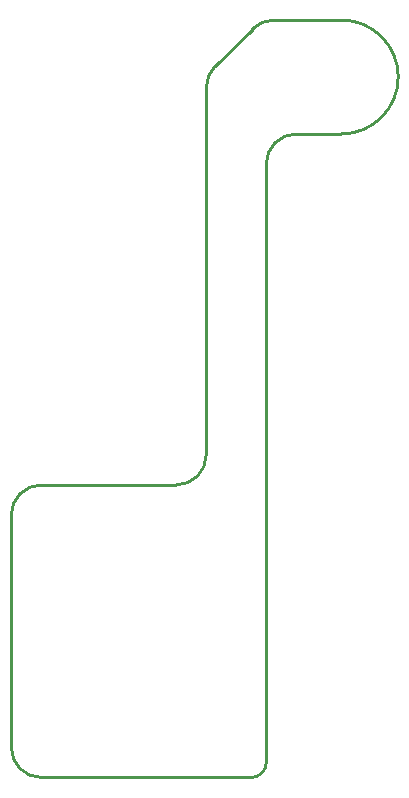
<source format=gm1>
G04 Layer_Color=16711935*
%FSLAX25Y25*%
%MOIN*%
G70*
G01*
G75*
%ADD14C,0.01000*%
D14*
X47500Y164500D02*
G03*
X37500Y154500I0J-10000D01*
G01*
X62500Y164500D02*
G03*
X62500Y202500I0J19000D01*
G01*
X7500Y47500D02*
G03*
X17500Y57500I0J10000D01*
G01*
X-37500Y47500D02*
G03*
X-47500Y37500I0J-10000D01*
G01*
Y-40000D02*
G03*
X-37500Y-50000I10000J0D01*
G01*
X32500D02*
G03*
X37500Y-45000I0J5000D01*
G01*
X40000Y202500D02*
G03*
X32929Y199571I0J-10000D01*
G01*
X20429Y187071D02*
G03*
X17500Y180000I7071J-7071D01*
G01*
X47500Y164500D02*
X62500D01*
X37500Y-45000D02*
Y154500D01*
X17500Y57500D02*
Y180000D01*
X-37500Y47500D02*
X7500D01*
X-47500Y-40000D02*
Y37500D01*
X-37500Y-50000D02*
X32500D01*
X20429Y187071D02*
X32929Y199571D01*
X40000Y202500D02*
X62500D01*
M02*

</source>
